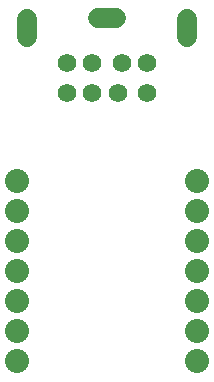
<source format=gbr>
G04 EAGLE Gerber RS-274X export*
G75*
%MOMM*%
%FSLAX34Y34*%
%LPD*%
%INSoldermask Bottom*%
%IPPOS*%
%AMOC8*
5,1,8,0,0,1.08239X$1,22.5*%
G01*
%ADD10C,1.560400*%
%ADD11C,1.652400*%
%ADD12C,2.032000*%


D10*
X84790Y276148D03*
X110790Y276148D03*
X63790Y276148D03*
X84790Y251148D03*
X131790Y276148D03*
X63790Y251148D03*
X106790Y251148D03*
X131790Y251148D03*
D11*
X105290Y314148D02*
X90290Y314148D01*
X30290Y313648D02*
X30290Y298648D01*
X165290Y298648D02*
X165290Y313648D01*
D12*
X173990Y176530D03*
X173990Y151130D03*
X173990Y125730D03*
X173990Y100330D03*
X173990Y74930D03*
X173990Y49530D03*
X173990Y24130D03*
X21590Y176530D03*
X21590Y151130D03*
X21590Y125730D03*
X21590Y100330D03*
X21590Y74930D03*
X21590Y49530D03*
X21590Y24130D03*
M02*

</source>
